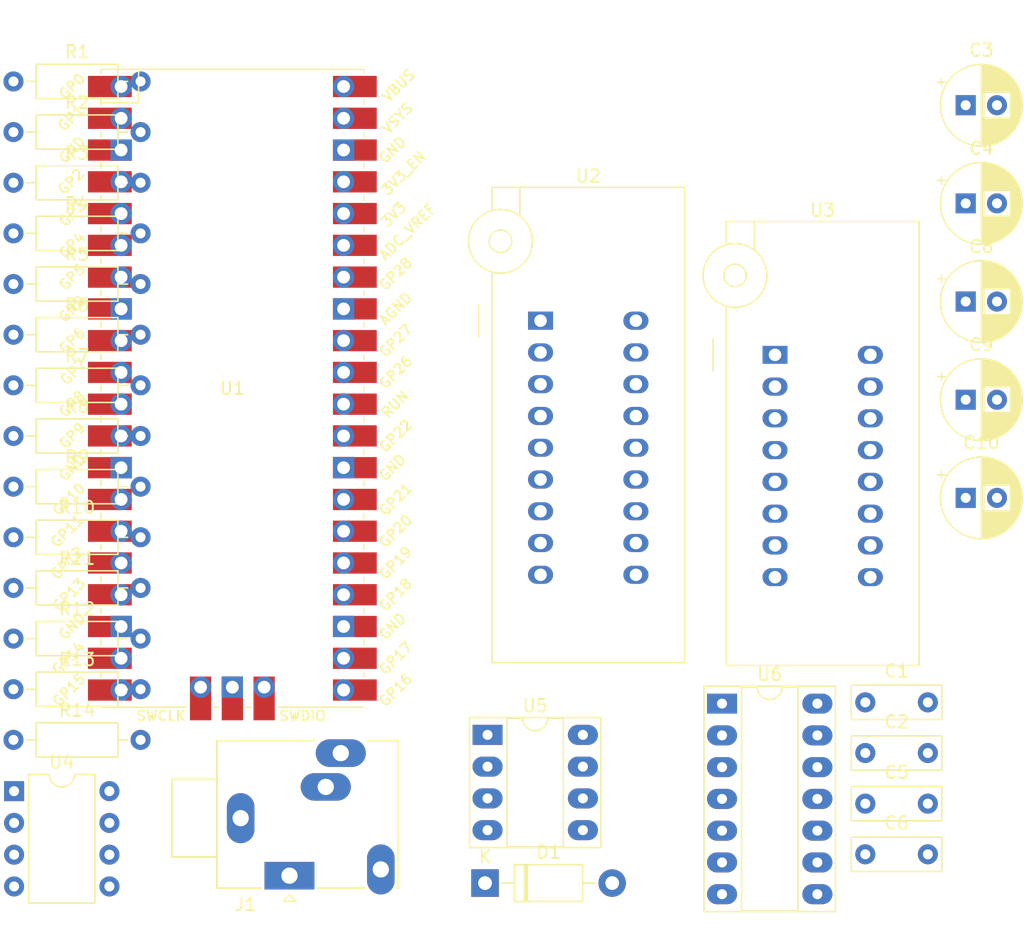
<source format=kicad_pcb>
(kicad_pcb (version 20240108) (generator "pcbnew") (generator_version "8.0")
  (layers (0 "F.Cu" signal) (31 "B.Cu" signal) (34 "B.Paste" user) (35 "F.Paste" user) (36 "B.SilkS" user "B.Silkscreen") (37 "F.SilkS" user "F.Silkscreen") (38 "B.Mask" user) (39 "F.Mask" user) (44 "Edge.Cuts" user))
  (net 0 "")
  (net 1 "Net-(C1-Pad1)")
  (net 2 "GND")
  (net 3 "Net-(C2-Pad1)")
  (net 4 "+5V")
  (net 5 "VDD1{slash}2_BIAS")
  (net 6 "Net-(C5-Pad2)")
  (net 7 "Net-(C5-Pad1)")
  (net 8 "Net-(U5B--)")
  (net 9 "Net-(C6-Pad2)")
  (net 10 "Net-(J1-PadR)")
  (net 13 "RHYTHM_OUT")
  (net 14 "MUSIC_OUT")
  (net 15 "Net-(C7-Pad1)")
  (net 16 "Net-(R7-Pad2)")
  (net 17 "SN_OUT")
  (net 18 "Net-(U5A--)")
  (net 19 "+3V3")
  (net 20 "I2C_SCL")
  (net 21 "I2C_SDA")
  (net 22 "~{SN_CS}")
  (net 23 "~{YM_WR}")
  (net 24 "~{SN_WR}")
  (net 25 "SN_MUTE")
  (net 26 "/D3")
  (net 31 "/D6")
  (net 32 "LPF_BYPASS")
  (net 39 "/D0")
  (net 40 "/D4")
  (net 42 "~{YM_CS}")
  (net 44 "/D7")
  (net 45 "~{YM_RESET}")
  (net 47 "/D2")
  (net 48 "/D1")
  (net 49 "/D5")
  (net 50 "A0")
  (net 53 "CLK0")
  (net 57 "CLK1")
  (footprint "Package_DIP:DIP-8_W7.62mm" (layer "F.Cu") (at 132.444759 106.3)
    (property "Reference" "U4" (at 3.81 -2.33 0) (layer "F.SilkS"))
    (property "Value" "AE-Si5351A")
    (pad "1" thru_hole rect (at 0 0) (size 1.6 1.6) (drill 0.8) (layers "*.Cu" "*.Mask") (net 19 "+3V3"))
    (pad "2" thru_hole oval (at 0 2.54) (size 1.6 1.6) (drill 0.8) (layers "*.Cu" "*.Mask") (net 20 "I2C_SCL"))
    (pad "3" thru_hole oval (at 0 5.08) (size 1.6 1.6) (drill 0.8) (layers "*.Cu" "*.Mask") (net 21 "I2C_SDA"))
    (pad "4" thru_hole oval (at 0 7.62) (size 1.6 1.6) (drill 0.8) (layers "*.Cu" "*.Mask") (net 2 "GND"))
    (pad "5" thru_hole oval (at 7.62 7.62) (size 1.6 1.6) (drill 0.8) (layers "*.Cu" "*.Mask") (net 53 "CLK0"))
    (pad "6" thru_hole oval (at 7.62 5.08) (size 1.6 1.6) (drill 0.8) (layers "*.Cu" "*.Mask") (net 57 "CLK1"))
    (pad "7" thru_hole oval (at 7.62 2.54) (size 1.6 1.6) (drill 0.8) (layers "*.Cu" "*.Mask"))
    (pad "8" thru_hole oval (at 7.62 0) (size 1.6 1.6) (drill 0.8) (layers "*.Cu" "*.Mask") (net 19 "+3V3"))
  )
  (footprint "Resistor_THT:R_Axial_DIN0207_L6.3mm_D2.5mm_P10.16mm_Horizontal" (layer "F.Cu") (at 132.394759 61.7)
    (property "Reference" "R4" (at 5.08 -2.37 0) (layer "F.SilkS"))
    (property "Value" "2.2k")
    (pad "1" thru_hole circle (at 0 0) (size 1.6 1.6) (drill 0.8) (layers "*.Cu" "*.Mask") (net 2 "GND"))
    (pad "2" thru_hole oval (at 10.16 0) (size 1.6 1.6) (drill 0.8) (layers "*.Cu" "*.Mask") (net 13 "RHYTHM_OUT"))
  )
  (footprint "Resistor_THT:R_Axial_DIN0207_L6.3mm_D2.5mm_P10.16mm_Horizontal" (layer "F.Cu") (at 132.394759 49.55)
    (property "Reference" "R1" (at 5.08 -2.37 0) (layer "F.SilkS"))
    (property "Value" "4.7k")
    (pad "1" thru_hole circle (at 0 0) (size 1.6 1.6) (drill 0.8) (layers "*.Cu" "*.Mask") (net 13 "RHYTHM_OUT"))
    (pad "2" thru_hole oval (at 10.16 0) (size 1.6 1.6) (drill 0.8) (layers "*.Cu" "*.Mask") (net 1 "Net-(C1-Pad1)"))
  )
  (footprint "Capacitor_THT:C_Disc_D7.0mm_W2.5mm_P5.00mm" (layer "F.Cu") (at 200.474759 107.3)
    (property "Reference" "C5" (at 2.5 -2.5 0) (layer "F.SilkS"))
    (property "Value" "4.7u")
    (pad "1" thru_hole circle (at 0 0) (size 1.6 1.6) (drill 0.8) (layers "*.Cu" "*.Mask") (net 7 "Net-(C5-Pad1)"))
    (pad "2" thru_hole circle (at 5 0) (size 1.6 1.6) (drill 0.8) (layers "*.Cu" "*.Mask") (net 6 "Net-(C5-Pad2)"))
  )
  (footprint "Capacitor_THT:CP_Radial_D6.3mm_P2.50mm" (layer "F.Cu") (at 208.5 82.85)
    (property "Reference" "C10" (at 1.25 -4.4 0) (layer "F.SilkS"))
    (property "Value" "C")
    (pad "1" thru_hole rect (at 0 0) (size 1.6 1.6) (drill 0.8) (layers "*.Cu" "*.Mask") (net 2 "GND"))
    (pad "2" thru_hole circle (at 2.5 0) (size 1.6 1.6) (drill 0.8) (layers "*.Cu" "*.Mask") (net 4 "+5V"))
  )
  (footprint "Resistor_THT:R_Axial_DIN0207_L6.3mm_D2.5mm_P10.16mm_Horizontal" (layer "F.Cu") (at 132.394759 73.85)
    (property "Reference" "R7" (at 5.08 -2.37 0) (layer "F.SilkS"))
    (property "Value" "4.7k")
    (pad "1" thru_hole circle (at 0 0) (size 1.6 1.6) (drill 0.8) (layers "*.Cu" "*.Mask") (net 17 "SN_OUT"))
    (pad "2" thru_hole oval (at 10.16 0) (size 1.6 1.6) (drill 0.8) (layers "*.Cu" "*.Mask") (net 16 "Net-(R7-Pad2)"))
  )
  (footprint "Capacitor_THT:C_Disc_D7.0mm_W2.5mm_P5.00mm" (layer "F.Cu") (at 200.474759 103.25)
    (property "Reference" "C2" (at 2.5 -2.5 0) (layer "F.SilkS"))
    (property "Value" "0.015u/15n")
    (pad "1" thru_hole circle (at 0 0) (size 1.6 1.6) (drill 0.8) (layers "*.Cu" "*.Mask") (net 3 "Net-(C2-Pad1)"))
    (pad "2" thru_hole circle (at 5 0) (size 1.6 1.6) (drill 0.8) (layers "*.Cu" "*.Mask") (net 2 "GND"))
  )
  (footprint "Package_DIP:DIP-8_W7.62mm_Socket_LongPads" (layer "F.Cu") (at 170.284759 101.8)
    (property "Reference" "U5" (at 3.81 -2.33 0) (layer "F.SilkS"))
    (property "Value" "NJM4580")
    (pad "1" thru_hole rect (at 0 0) (size 2.4 1.6) (drill 0.8) (layers "*.Cu" "*.Mask") (net 8 "Net-(U5B--)"))
    (pad "2" thru_hole oval (at 0 2.54) (size 2.4 1.6) (drill 0.8) (layers "*.Cu" "*.Mask") (net 18 "Net-(U5A--)"))
    (pad "3" thru_hole oval (at 0 5.08) (size 2.4 1.6) (drill 0.8) (layers "*.Cu" "*.Mask") (net 5 "VDD1{slash}2_BIAS"))
    (pad "4" thru_hole oval (at 0 7.62) (size 2.4 1.6) (drill 0.8) (layers "*.Cu" "*.Mask") (net 2 "GND"))
    (pad "5" thru_hole oval (at 7.62 7.62) (size 2.4 1.6) (drill 0.8) (layers "*.Cu" "*.Mask") (net 5 "VDD1{slash}2_BIAS"))
    (pad "6" thru_hole oval (at 7.62 5.08) (size 2.4 1.6) (drill 0.8) (layers "*.Cu" "*.Mask") (net 8 "Net-(U5B--)"))
    (pad "7" thru_hole oval (at 7.62 2.54) (size 2.4 1.6) (drill 0.8) (layers "*.Cu" "*.Mask") (net 7 "Net-(C5-Pad1)"))
    (pad "8" thru_hole oval (at 7.62 0) (size 2.4 1.6) (drill 0.8) (layers "*.Cu" "*.Mask") (net 4 "+5V"))
  )
  (footprint "Diode_THT:D_DO-41_SOD81_P10.16mm_Horizontal" (layer "F.Cu") (at 170.084759 113.65)
    (property "Reference" "D1" (at 5.08 -2.47 0) (layer "F.SilkS"))
    (property "Value" "D")
    (fp_text user "K" (at 0 -2.1 0) (layer "F.SilkS"))
    (pad "1" thru_hole rect (at 0 0) (size 2.2 2.2) (drill 1.1) (layers "*.Cu" "*.Mask") (net 4 "+5V"))
    (pad "2" thru_hole oval (at 10.16 0) (size 2.2 2.2) (drill 1.1) (layers "*.Cu" "*.Mask") (net 5 "VDD1{slash}2_BIAS"))
  )
  (footprint "Resistor_THT:R_Axial_DIN0207_L6.3mm_D2.5mm_P10.16mm_Horizontal" (layer "F.Cu") (at 132.394759 94.1)
    (property "Reference" "R12" (at 5.08 -2.37 0) (layer "F.SilkS"))
    (property "Value" "4.7k")
    (pad "1" thru_hole circle (at 0 0) (size 1.6 1.6) (drill 0.8) (layers "*.Cu" "*.Mask") (net 20 "I2C_SCL"))
    (pad "2" thru_hole oval (at 10.16 0) (size 1.6 1.6) (drill 0.8) (layers "*.Cu" "*.Mask") (net 19 "+3V3"))
  )
  (footprint "Resistor_THT:R_Axial_DIN0207_L6.3mm_D2.5mm_P10.16mm_Horizontal" (layer "F.Cu") (at 132.394759 53.6)
    (property "Reference" "R2" (at 5.08 -2.37 0) (layer "F.SilkS"))
    (property "Value" "4.7k")
    (pad "1" thru_hole circle (at 0 0) (size 1.6 1.6) (drill 0.8) (layers "*.Cu" "*.Mask") (net 14 "MUSIC_OUT"))
    (pad "2" thru_hole oval (at 10.16 0) (size 1.6 1.6) (drill 0.8) (layers "*.Cu" "*.Mask") (net 3 "Net-(C2-Pad1)"))
  )
  (footprint "Capacitor_THT:CP_Radial_D6.3mm_P2.50mm" (layer "F.Cu") (at 208.5 59.3)
    (property "Reference" "C4" (at 1.25 -4.4 0) (layer "F.SilkS"))
    (property "Value" "10u")
    (pad "1" thru_hole rect (at 0 0) (size 1.6 1.6) (drill 0.8) (layers "*.Cu" "*.Mask") (net 5 "VDD1{slash}2_BIAS"))
    (pad "2" thru_hole circle (at 2.5 0) (size 1.6 1.6) (drill 0.8) (layers "*.Cu" "*.Mask") (net 2 "GND"))
  )
  (footprint "Package_DIP:DIP-14_W7.62mm_Socket_LongPads" (layer "F.Cu") (at 189.024759 99.3)
    (property "Reference" "U6" (at 3.81 -2.33 0) (layer "F.SilkS"))
    (property "Value" "4066")
    (pad "1" thru_hole rect (at 0 0) (size 2.4 1.6) (drill 0.8) (layers "*.Cu" "*.Mask") (net 9 "Net-(C6-Pad2)"))
    (pad "2" thru_hole oval (at 0 2.54) (size 2.4 1.6) (drill 0.8) (layers "*.Cu" "*.Mask") (net 7 "Net-(C5-Pad1)"))
    (pad "3" thru_hole oval (at 0 5.08) (size 2.4 1.6) (drill 0.8) (layers "*.Cu" "*.Mask") (net 15 "Net-(C7-Pad1)"))
    (pad "4" thru_hole oval (at 0 7.62) (size 2.4 1.6) (drill 0.8) (layers "*.Cu" "*.Mask") (net 16 "Net-(R7-Pad2)"))
    (pad "5" thru_hole oval (at 0 10.16) (size 2.4 1.6) (drill 0.8) (layers "*.Cu" "*.Mask") (net 25 "SN_MUTE"))
    (pad "6" thru_hole oval (at 0 12.7) (size 2.4 1.6) (drill 0.8) (layers "*.Cu" "*.Mask"))
    (pad "7" thru_hole oval (at 0 15.24) (size 2.4 1.6) (drill 0.8) (layers "*.Cu" "*.Mask") (net 2 "GND"))
    (pad "8" thru_hole oval (at 7.62 15.24) (size 2.4 1.6) (drill 0.8) (layers "*.Cu" "*.Mask"))
    (pad "9" thru_hole oval (at 7.62 12.7) (size 2.4 1.6) (drill 0.8) (layers "*.Cu" "*.Mask"))
    (pad "10" thru_hole oval (at 7.62 10.16) (size 2.4 1.6) (drill 0.8) (layers "*.Cu" "*.Mask"))
    (pad "11" thru_hole oval (at 7.62 7.62) (size 2.4 1.6) (drill 0.8) (layers "*.Cu" "*.Mask"))
    (pad "12" thru_hole oval (at 7.62 5.08) (size 2.4 1.6) (drill 0.8) (layers "*.Cu" "*.Mask"))
    (pad "13" thru_hole oval (at 7.62 2.54) (size 2.4 1.6) (drill 0.8) (layers "*.Cu" "*.Mask") (net 32 "LPF_BYPASS"))
    (pad "14" thru_hole oval (at 7.62 0) (size 2.4 1.6) (drill 0.8) (layers "*.Cu" "*.Mask") (net 4 "+5V"))
  )
  (footprint "Resistor_THT:R_Axial_DIN0207_L6.3mm_D2.5mm_P10.16mm_Horizontal" (layer "F.Cu") (at 132.394759 86)
    (property "Reference" "R10" (at 5.08 -2.37 0) (layer "F.SilkS"))
    (property "Value" "4.7k")
    (pad "1" thru_hole circle (at 0 0) (size 1.6 1.6) (drill 0.8) (layers "*.Cu" "*.Mask") (net 18 "Net-(U5A--)"))
    (pad "2" thru_hole oval (at 10.16 0) (size 1.6 1.6) (drill 0.8) (layers "*.Cu" "*.Mask") (net 8 "Net-(U5B--)"))
  )
  (footprint "Resistor_THT:R_Axial_DIN0207_L6.3mm_D2.5mm_P10.16mm_Horizontal" (layer "F.Cu") (at 132.394759 65.75)
    (property "Reference" "R5" (at 5.08 -2.37 0) (layer "F.SilkS"))
    (property "Value" "4.7k")
    (pad "1" thru_hole circle (at 0 0) (size 1.6 1.6) (drill 0.8) (layers "*.Cu" "*.Mask") (net 3 "Net-(C2-Pad1)"))
    (pad "2" thru_hole oval (at 10.16 0) (size 1.6 1.6) (drill 0.8) (layers "*.Cu" "*.Mask") (net 15 "Net-(C7-Pad1)"))
  )
  (footprint "Resistor_THT:R_Axial_DIN0207_L6.3mm_D2.5mm_P10.16mm_Horizontal" (layer "F.Cu") (at 132.394759 69.8)
    (property "Reference" "R6" (at 5.08 -2.37 0) (layer "F.SilkS"))
    (property "Value" "4.7k")
    (pad "1" thru_hole circle (at 0 0) (size 1.6 1.6) (drill 0.8) (layers "*.Cu" "*.Mask") (net 1 "Net-(C1-Pad1)"))
    (pad "2" thru_hole oval (at 10.16 0) (size 1.6 1.6) (drill 0.8) (layers "*.Cu" "*.Mask") (net 15 "Net-(C7-Pad1)"))
  )
  (footprint "Socket:DIP_Socket-18_W4.3_W5.08_W7.62_W10.16_W10.9_3M_218-3341-00-0602J" (layer "F.Cu") (at 174.519759 68.68)
    (property "Reference" "U2" (at 3.81 -11.56 0) (layer "F.SilkS"))
    (property "Value" "YM2413")
    (pad "1" thru_hole rect (at 0 0) (size 2 1.44) (drill 1) (layers "*.Cu" "*.Mask") (net 2 "GND"))
    (pad "2" thru_hole oval (at 0 2.54) (size 2 1.44) (drill 1) (layers "*.Cu" "*.Mask") (net 47 "/D2"))
    (pad "3" thru_hole oval (at 0 5.08) (size 2 1.44) (drill 1) (layers "*.Cu" "*.Mask") (net 26 "/D3"))
    (pad "4" thru_hole oval (at 0 7.62) (size 2 1.44) (drill 1) (layers "*.Cu" "*.Mask") (net 40 "/D4"))
    (pad "5" thru_hole oval (at 0 10.16) (size 2 1.44) (drill 1) (layers "*.Cu" "*.Mask") (net 49 "/D5"))
    (pad "6" thru_hole oval (at 0 12.7) (size 2 1.44) (drill 1) (layers "*.Cu" "*.Mask") (net 31 "/D6"))
    (pad "7" thru_hole oval (at 0 15.24) (size 2 1.44) (drill 1) (layers "*.Cu" "*.Mask") (net 44 "/D7"))
    (pad "8" thru_hole oval (at 0 17.78) (size 2 1.44) (drill 1) (layers "*.Cu" "*.Mask") (net 53 "CLK0"))
    (pad "9" thru_hole oval (at 0 20.32) (size 2 1.44) (drill 1) (layers "*.Cu" "*.Mask"))
    (pad "10" thru_hole oval (at 7.62 20.32) (size 2 1.44) (drill 1) (layers "*.Cu" "*.Mask") (net 50 "A0"))
    (pad "11" thru_hole oval (at 7.62 17.78) (size 2 1.44) (drill 1) (layers "*.Cu" "*.Mask") (net 23 "~{YM_WR}"))
    (pad "12" thru_hole oval (at 7.62 15.24) (size 2 1.44) (drill 1) (layers "*.Cu" "*.Mask") (net 42 "~{YM_CS}"))
    (pad "13" thru_hole oval (at 7.62 12.7) (size 2 1.44) (drill 1) (layers "*.Cu" "*.Mask") (net 45 "~{YM_RESET}"))
    (pad "14" thru_hole oval (at 7.62 10.16) (size 2 1.44) (drill 1) (layers "*.Cu" "*.Mask") (net 14 "MUSIC_OUT"))
    (pad "15" thru_hole oval (at 7.62 7.62) (size 2 1.44) (drill 1) (layers "*.Cu" "*.Mask") (net 13 "RHYTHM_OUT"))
    (pad "16" thru_hole oval (at 7.62 5.08) (size 2 1.44) (drill 1) (layers "*.Cu" "*.Mask") (net 4 "+5V"))
    (pad "17" thru_hole oval (at 7.62 2.54) (size 2 1.44) (drill 1) (layers "*.Cu" "*.Mask") (net 39 "/D0"))
    (pad "18" thru_hole oval (at 7.62 0) (size 2 1.44) (drill 1) (layers "*.Cu" "*.Mask") (net 48 "/D1"))
  )
  (footprint "Capacitor_THT:C_Disc_D7.0mm_W2.5mm_P5.00mm" (layer "F.Cu") (at 200.474759 111.35)
    (property "Reference" "C6" (at 2.5 -2.5 0) (layer "F.SilkS"))
    (property "Value" "820p")
    (pad "1" thru_hole circle (at 0 0) (size 1.6 1.6) (drill 0.8) (layers "*.Cu" "*.Mask") (net 8 "Net-(U5B--)"))
    (pad "2" thru_hole circle (at 5 0) (size 1.6 1.6) (drill 0.8) (layers "*.Cu" "*.Mask") (net 9 "Net-(C6-Pad2)"))
  )
  (footprint "Resistor_THT:R_Axial_DIN0207_L6.3mm_D2.5mm_P10.16mm_Horizontal" (layer "F.Cu") (at 132.394759 90.05)
    (property "Reference" "R11" (at 5.08 -2.37 0) (layer "F.SilkS"))
    (property "Value" "2.2k")
    (pad "1" thru_hole circle (at 0 0) (size 1.6 1.6) (drill 0.8) (layers "*.Cu" "*.Mask") (net 6 "Net-(C5-Pad2)"))
    (pad "2" thru_hole oval (at 10.16 0) (size 1.6 1.6) (drill 0.8) (layers "*.Cu" "*.Mask") (net 10 "Net-(J1-PadR)"))
  )
  (footprint "Resistor_THT:R_Axial_DIN0207_L6.3mm_D2.5mm_P10.16mm_Horizontal" (layer "F.Cu") (at 132.394759 77.9)
    (property "Reference" "R8" (at 5.08 -2.37 0) (layer "F.SilkS"))
    (property "Value" "4.7k")
    (pad "1" thru_hole circle (at 0 0) (size 1.6 1.6) (drill 0.8) (layers "*.Cu" "*.Mask") (net 4 "+5V"))
    (pad "2" thru_hole oval (at 10.16 0) (size 1.6 1.6) (drill 0.8) (layers "*.Cu" "*.Mask") (net 5 "VDD1{slash}2_BIAS"))
  )
  (footprint "Resistor_THT:R_Axial_DIN0207_L6.3mm_D2.5mm_P10.16mm_Horizontal" (layer "F.Cu") (at 132.394759 81.95)
    (property "Reference" "R9" (at 5.08 -2.37 0) (layer "F.SilkS"))
    (property "Value" "4.7k")
    (pad "1" thru_hole circle (at 0 0) (size 1.6 1.6) (drill 0.8) (layers "*.Cu" "*.Mask") (net 5 "VDD1{slash}2_BIAS"))
    (pad "2" thru_hole oval (at 10.16 0) (size 1.6 1.6) (drill 0.8) (layers "*.Cu" "*.Mask") (net 2 "GND"))
  )
  (footprint "Connector_Audio:Jack_3.5mm_Ledino_KB3SPRS_Horizontal" (layer "F.Cu") (at 154.454759 113.06)
    (property "Reference" "J1" (at -3.5 2.3 0) (layer "F.SilkS"))
    (property "Value" "AudioJack3_SwitchTR")
    (pad "R" thru_hole oval (at 4.1 -9.8) (size 4 2.2) (drill 1.3) (layers "*.Cu" "*.Mask") (net 10 "Net-(J1-PadR)"))
    (pad "RN" thru_hole oval (at 2.9 -7.1) (size 4 2.2) (drill 1.3) (layers "*.Cu" "*.Mask"))
    (pad "S" thru_hole oval (at -3.9 -4.6) (size 2.2 4) (drill 1.3) (layers "*.Cu" "*.Mask") (net 2 "GND"))
    (pad "T" thru_hole rect (at 0 0) (size 4 2.2) (drill 1.3) (layers "*.Cu" "*.Mask") (net 10 "Net-(J1-PadR)"))
    (pad "TN" thru_hole oval (at 7.3 -0.5 90) (size 4 2.2) (drill 1.3) (layers "*.Cu" "*.Mask"))
  )
  (footprint "Capacitor_THT:CP_Radial_D6.3mm_P2.50mm" (layer "F.Cu") (at 208.5 75)
    (property "Reference" "C9" (at 1.25 -4.4 0) (layer "F.SilkS"))
    (property "Value" "C")
    (pad "1" thru_hole rect (at 0 0) (size 1.6 1.6) (drill 0.8) (layers "*.Cu" "*.Mask") (net 2 "GND"))
    (pad "2" thru_hole circle (at 2.5 0) (size 1.6 1.6) (drill 0.8) (layers "*.Cu" "*.Mask") (net 4 "+5V"))
  )
  (footprint "Capacitor_THT:CP_Radial_D6.3mm_P2.50mm" (layer "F.Cu") (at 208.5 67.15)
    (property "Reference" "C8" (at 1.25 -4.4 0) (layer "F.SilkS"))
    (property "Value" "C")
    (pad "1" thru_hole rect (at 0 0) (size 1.6 1.6) (drill 0.8) (layers "*.Cu" "*.Mask") (net 4 "+5V"))
    (pad "2" thru_hole circle (at 2.5 0) (size 1.6 1.6) (drill 0.8) (layers "*.Cu" "*.Mask") (net 2 "GND"))
  )
  (footprint "Capacitor_THT:C_Disc_D7.0mm_W2.5mm_P5.00mm" (layer "F.Cu") (at 200.474759 99.2)
    (property "Reference" "C1" (at 2.5 -2.5 0) (layer "F.SilkS"))
    (property "Value" "0.015u/15n")
    (pad "1" thru_hole circle (at 0 0) (size 1.6 1.6) (drill 0.8) (layers "*.Cu" "*.Mask") (net 1 "Net-(C1-Pad1)"))
    (pad "2" thru_hole circle (at 5 0) (size 1.6 1.6) (drill 0.8) (layers "*.Cu" "*.Mask") (net 2 "GND"))
  )
  (footprint "Resistor_THT:R_Axial_DIN0207_L6.3mm_D2.5mm_P10.16mm_Horizontal" (layer "F.Cu") (at 132.394759 102.2)
    (property "Reference" "R14" (at 5.08 -2.37 0) (layer "F.SilkS"))
    (property "Value" "10k")
    (pad "1" thru_hole circle (at 0 0) (size 1.6 1.6) (drill 0.8) (layers "*.Cu" "*.Mask") (net 8 "Net-(U5B--)"))
    (pad "2" thru_hole oval (at 10.16 0) (size 1.6 1.6) (drill 0.8) (layers "*.Cu" "*.Mask") (net 7 "Net-(C5-Pad1)"))
  )
  (footprint "RPi_Pico:RPi_Pico_SMD_TH" (layer "F.Cu") (at 149.89 74.085)
    (property "Reference" "U1" (at 0 0 0) (layer "F.SilkS"))
    (property "Value" "Pico")
    (fp_text user "GP21" (at 13.054 8.9 45) (layer "F.SilkS") (effects (font (size 0.8 0.8))))
    (fp_text user "3V3" (at 12.9 -13.9 45) (layer "F.SilkS") (effects (font (size 0.8 0.8))))
    (fp_text user "GP18" (at 13.054 16.51 45) (layer "F.SilkS") (effects (font (size 0.8 0.8))))
    (fp_text user "GP20" (at 13.054 11.43 45) (layer "F.SilkS") (effects (font (size 0.8 0.8))))
    (fp_text user "GP0" (at -12.8 -24.13 45) (layer "F.SilkS") (effects (font (size 0.8 0.8))))
    (fp_text user "GP14" (at -13.1 21.59 45) (layer "F.SilkS") (effects (font (size 0.8 0.8))))
    (fp_text user "GP1" (at -12.9 -21.6 45) (layer "F.SilkS") (effects (font (size 0.8 0.8))))
    (fp_text user "GP13" (at -13.054 16.51 45) (layer "F.SilkS") (effects (font (size 0.8 0.8))))
    (fp_text user "VBUS" (at 13.3 -24.2 45) (layer "F.SilkS") (effects (font (size 0.8 0.8))))
    (fp_text user "GP26" (at 13.054 -1.27 45) (layer "F.SilkS") (effects (font (size 0.8 0.8))))
    (fp_text user "RUN" (at 13 1.27 45) (layer "F.SilkS") (effects (font (size 0.8 0.8))))
    (fp_text user "ADC_VREF" (at 14 -12.5 45) (layer "F.SilkS") (effects (font (size 0.8 0.8))))
    (fp_text user "GND" (at 12.8 -19.05 45) (layer "F.SilkS") (effects (font (size 0.8 0.8))))
    (fp_text user "GND" (at 12.8 6.35 45) (layer "F.SilkS") (effects (font (size 0.8 0.8))))
    (fp_text user "GP16" (at 13.054 24.13 45) (layer "F.SilkS") (effects (font (size 0.8 0.8))))
    (fp_text user "GP4" (at -12.8 -11.43 45) (layer "F.SilkS") (effects (font (size 0.8 0.8))))
    (fp_text user "GP11" (at -13.2 11.43 45) (layer "F.SilkS") (effects (font (size 0.8 0.8))))
    (fp_text user "3V3_EN" (at 13.7 -17.2 45) (layer "F.SilkS") (effects (font (size 0.8 0.8))))
    (fp_text user "SWCLK" (at -5.7 26.2 0) (layer "F.SilkS") (effects (font (size 0.8 0.8))))
    (fp_text user "GP9" (at -12.8 3.81 45) (layer "F.SilkS") (effects (font (size 0.8 0.8))))
    (fp_text user "GP8" (at -12.8 1.27 45) (layer "F.SilkS") (effects (font (size 0.8 0.8))))
    (fp_text user "GP10" (at -13.054 8.89 45) (layer "F.SilkS") (effects (font (size 0.8 0.8))))
    (fp_text user "GP15" (at -13.054 24.13 45) (layer "F.SilkS") (effects (font (size 0.8 0.8))))
    (fp_text user "GND" (at 12.8 19.05 45) (layer "F.SilkS") (effects (font (size 0.8 0.8))))
    (fp_text user "SWDIO" (at 5.6 26.2 0) (layer "F.SilkS") (effects (font (size 0.8 0.8))))
    (fp_text user "GND" (at -12.8 -19.05 45) (layer "F.SilkS") (effects (font (size 0.8 0.8))))
    (fp_text user "GP2" (at -12.9 -16.51 45) (layer "F.SilkS") (effects (font (size 0.8 0.8))))
    (fp_text user "GP12" (at -13.2 13.97 45) (layer "F.SilkS") (effects (font (size 0.8 0.8))))
    (fp_text user "GP6" (at -12.8 -3.81 45) (layer "F.SilkS") (effects (font (size 0.8 0.8))))
    (fp_text user "GP3" (at -12.8 -13.97 45) (layer "F.SilkS") (effects (font (size 0.8 0.8))))
    (fp_text user "GP5" (at -12.8 -8.89 45) (layer "F.SilkS") (effects (font (size 0.8 0.8))))
    (fp_text user "GP7" (at -12.7 -1.3 45) (layer "F.SilkS") (effects (font (size 0.8 0.8))))
    (fp_text user "GND" (at -12.8 -6.35 45) (layer "F.SilkS") (effects (font (size 0.8 0.8))))
    (fp_text user "VSYS" (at 13.2 -21.59 45) (layer "F.SilkS") (effects (font (size 0.8 0.8))))
    (fp_text user "GP19" (at 13.054 13.97 45) (layer "F.SilkS") (effects (font (size 0.8 0.8))))
    (fp_text user "GP28" (at 13.054 -9.144 45) (layer "F.SilkS") (effects (font (size 0.8 0.8))))
    (fp_text user "AGND" (at 13.054 -6.35 45) (layer "F.SilkS") (effects (font (size 0.8 0.8))))
    (fp_text user "GP27" (at 13.054 -3.8 45) (layer "F.SilkS") (effects (font (size 0.8 0.8))))
    (fp_text user "GND" (at -12.8 19.05 45) (layer "F.SilkS") (effects (font (size 0.8 0.8))))
    (fp_text user "GP17" (at 13.054 21.59 45) (layer "F.SilkS") (effects (font (size 0.8 0.8))))
    (fp_text user "GP22" (at 13.054 3.81 45) (layer "F.SilkS") (effects (font (size 0.8 0.8))))
    (fp_text user "GND" (at -12.8 6.35 45) (layer "F.SilkS") (effects (font (size 0.8 0.8))))
    (pad "" np_thru_hole oval (at -2.725 -24) (size 1.8 1.8) (drill 1.8) (layers "*.Cu" "*.Mask"))
    (pad "" np_thru_hole oval (at -2.425 -20.97) (size 1.5 1.5) (drill 1.5) (layers "*.Cu" "*.Mask"))
    (pad "" np_thru_hole oval (at 2.425 -20.97) (size 1.5 1.5) (drill 1.5) (layers "*.Cu" "*.Mask"))
    (pad "" np_thru_hole oval (at 2.725 -24) (size 1.8 1.8) (drill 1.8) (layers "*.Cu" "*.Mask"))
    (pad "1" thru_hole oval (at -8.89 -24.13) (size 1.7 1.7) (drill 1.02) (layers "*.Cu" "*.Mask") (net 39 "/D0"))
    (pad "1" smd rect (at -8.89 -24.13) (size 3.5 1.7) (drill (offset -0.9 0)) (layers "F.Cu" "F.Mask") (net 39 "/D0"))
    (pad "2" thru_hole oval (at -8.89 -21.59) (size 1.7 1.7) (drill 1.02) (layers "*.Cu" "*.Mask") (net 48 "/D1"))
    (pad "2" smd rect (at -8.89 -21.59) (size 3.5 1.7) (drill (offset -0.9 0)) (layers "F.Cu" "F.Mask") (net 48 "/D1"))
    (pad "3" thru_hole rect (at -8.89 -19.05) (size 1.7 1.7) (drill 1.02) (layers "*.Cu" "*.Mask") (net 2 "GND"))
    (pad "3" smd rect (at -8.89 -19.05) (size 3.5 1.7) (drill (offset -0.9 0)) (layers "F.Cu" "F.Mask") (net 2 "GND"))
    (pad "4" thru_hole oval (at -8.89 -16.51) (size 1.7 1.7) (drill 1.02) (layers "*.Cu" "*.Mask") (net 47 "/D2"))
    (pad "4" smd rect (at -8.89 -16.51) (size 3.5 1.7) (drill (offset -0.9 0)) (layers "F.Cu" "F.Mask") (net 47 "/D2"))
    (pad "5" thru_hole oval (at -8.89 -13.97) (size 1.7 1.7) (drill 1.02) (layers "*.Cu" "*.Mask") (net 26 "/D3"))
    (pad "5" smd rect (at -8.89 -13.97) (size 3.5 1.7) (drill (offset -0.9 0)) (layers "F.Cu" "F.Mask") (net 26 "/D3"))
    (pad "6" thru_hole oval (at -8.89 -11.43) (size 1.7 1.7) (drill 1.02) (layers "*.Cu" "*.Mask") (net 40 "/D4"))
    (pad "6" smd rect (at -8.89 -11.43) (size 3.5 1.7) (drill (offset -0.9 0)) (layers "F.Cu" "F.Mask") (net 40 "/D4"))
    (pad "7" thru_hole oval (at -8.89 -8.89) (size 1.7 1.7) (drill 1.02) (layers "*.Cu" "*.Mask") (net 49 "/D5"))
    (pad "7" smd rect (at -8.89 -8.89) (size 3.5 1.7) (drill (offset -0.9 0)) (layers "F.Cu" "F.Mask") (net 49 "/D5"))
    (pad "8" thru_hole rect (at -8.89 -6.35) (size 1.7 1.7) (drill 1.02) (layers "*.Cu" "*.Mask") (net 2 "GND"))
    (pad "8" smd rect (at -8.89 -6.35) (size 3.5 1.7) (drill (offset -0.9 0)) (layers "F.Cu" "F.Mask") (net 2 "GND"))
    (pad "9" thru_hole oval (at -8.89 -3.81) (size 1.7 1.7) (drill 1.02) (layers "*.Cu" "*.Mask") (net 31 "/D6"))
    (pad "9" smd rect (at -8.89 -3.81) (size 3.5 1.7) (drill (offset -0.9 0)) (layers "F.Cu" "F.Mask") (net 31 "/D6"))
    (pad "10" thru_hole oval (at -8.89 -1.27) (size 1.7 1.7) (drill 1.02) (layers "*.Cu" "*.Mask") (net 44 "/D7"))
    (pad "10" smd rect (at -8.89 -1.27) (size 3.5 1.7) (drill (offset -0.9 0)) (layers "F.Cu" "F.Mask") (net 44 "/D7"))
    (pad "11" thru_hole oval (at -8.89 1.27) (size 1.7 1.7) (drill 1.02) (layers "*.Cu" "*.Mask") (net 45 "~{YM_RESET}"))
    (pad "11" smd rect (at -8.89 1.27) (size 3.5 1.7) (drill (offset -0.9 0)) (layers "F.Cu" "F.Mask") (net 45 "~{YM_RESET}"))
    (pad "12" thru_hole oval (at -8.89 3.81) (size 1.7 1.7) (drill 1.02) (layers "*.Cu" "*.Mask") (net 42 "~{YM_CS}"))
    (pad "12" smd rect (at -8.89 3.81) (size 3.5 1.7) (drill (offset -0.9 0)) (layers "F.Cu" "F.Mask") (net 42 "~{YM_CS}"))
    (pad "13" thru_hole rect (at -8.89 6.35) (size 1.7 1.7) (drill 1.02) (layers "*.Cu" "*.Mask") (net 2 "GND"))
    (pad "13" smd rect (at -8.89 6.35) (size 3.5 1.7) (drill (offset -0.9 0)) (layers "F.Cu" "F.Mask") (net 2 "GND"))
    (pad "14" thru_hole oval (at -8.89 8.89) (size 1.7 1.7) (drill 1.02) (layers "*.Cu" "*.Mask") (net 23 "~{YM_WR}"))
    (pad "14" smd rect (at -8.89 8.89) (size 3.5 1.7) (drill (offset -0.9 0)) (layers "F.Cu" "F.Mask") (net 23 "~{YM_WR}"))
    (pad "15" thru_hole oval (at -8.89 11.43) (size 1.7 1.7) (drill 1.02) (layers "*.Cu" "*.Mask") (net 22 "~{SN_CS}"))
    (pad "15" smd rect (at -8.89 11.43) (size 3.5 1.7) (drill (offset -0.9 0)) (layers "F.Cu" "F.Mask") (net 22 "~{SN_CS}"))
    (pad "16" thru_hole oval (at -8.89 13.97) (size 1.7 1.7) (drill 1.02) (layers "*.Cu" "*.Mask") (net 24 "~{SN_WR}"))
    (pad "16" smd rect (at -8.89 13.97) (size 3.5 1.7) (drill (offset -0.9 0)) (layers "F.Cu" "F.Mask") (net 24 "~{SN_WR}"))
    (pad "17" thru_hole oval (at -8.89 16.51) (size 1.7 1.7) (drill 1.02) (layers "*.Cu" "*.Mask") (net 50 "A0"))
    (pad "17" smd rect (at -8.89 16.51) (size 3.5 1.7) (drill (offset -0.9 0)) (layers "F.Cu" "F.Mask") (net 50 "A0"))
    (pad "18" thru_hole rect (at -8.89 19.05) (size 1.7 1.7) (drill 1.02) (layers "*.Cu" "*.Mask") (net 2 "GND"))
    (pad "18" smd rect (at -8.89 19.05) (size 3.5 1.7) (drill (offset -0.9 0)) (layers "F.Cu" "F.Mask") (net 2 "GND"))
    (pad "19" thru_hole oval (at -8.89 21.59) (size 1.7 1.7) (drill 1.02) (layers "*.Cu" "*.Mask"))
    (pad "19" smd rect (at -8.89 21.59) (size 3.5 1.7) (drill (offset -0.9 0)) (layers "F.Cu" "F.Mask"))
    (pad "20" thru_hole oval (at -8.89 24.13) (size 1.7 1.7) (drill 1.02) (layers "*.Cu" "*.Mask"))
    (pad "20" smd rect (at -8.89 24.13) (size 3.5 1.7) (drill (offset -0.9 0)) (layers "F.Cu" "F.Mask"))
    (pad "21" thru_hole oval (at 8.89 24.13) (size 1.7 1.7) (drill 1.02) (layers "*.Cu" "*.Mask") (net 21 "I2C_SDA"))
    (pad "21" smd rect (at 8.89 24.13) (size 3.5 1.7) (drill (offset 0.9 0)) (layers "F.Cu" "F.Mask") (net 21 "I2C_SDA"))
    (pad "22" thru_hole oval (at 8.89 21.59) (size 1.7 1.7) (drill 1.02) (layers "*.Cu" "*.Mask") (net 20 "I2C_SCL"))
    (pad "22" smd rect (at 8.89 21.59) (size 3.5 1.7) (drill (offset 0.9 0)) (layers "F.Cu" "F.Mask") (net 20 "I2C_SCL"))
    (pad "23" thru_hole rect (at 8.89 19.05) (size 1.7 1.7) (drill 1.02) (layers "*.Cu" "*.Mask") (net 2 "GND"))
    (pad "23" smd rect (at 8.89 19.05) (size 3.5 1.7) (drill (offset 0.9 0)) (layers "F.Cu" "F.Mask") (net 2 "GND"))
    (pad "24" thru_hole oval (at 8.89 16.51) (size 1.7 1.7) (drill 1.02) (layers "*.Cu" "*.Mask"))
    (pad "24" smd rect (at 8.89 16.51) (size 3.5 1.7) (drill (offset 0.9 0)) (layers "F.Cu" "F.Mask"))
    (pad "25" thru_hole oval (at 8.89 13.97) (size 1.7 1.7) (drill 1.02) (layers "*.Cu" "*.Mask") (net 25 "SN_MUTE"))
    (pad "25" smd rect (at 8.89 13.97) (size 3.5 1.7) (drill (offset 0.9 0)) (layers "F.Cu" "F.Mask") (net 25 "SN_MUTE"))
    (pad "26" thru_hole oval (at 8.89 11.43) (size 1.7 1.7) (drill 1.02) (layers "*.Cu" "*.Mask") (net 32 "LPF_BYPASS"))
    (pad "26" smd rect (at 8.89 11.43) (size 3.5 1.7) (drill (offset 0.9 0)) (layers "F.Cu" "F.Mask") (net 32 "LPF_BYPASS"))
    (pad "27" thru_hole oval (at 8.89 8.89) (size 1.7 1.7) (drill 1.02) (layers "*.Cu" "*.Mask"))
    (pad "27" smd rect (at 8.89 8.89) (size 3.5 1.7) (drill (offset 0.9 0)) (layers "F.Cu" "F.Mask"))
    (pad "28" thru_hole rect (at 8.89 6.35) (size 1.7 1.7) (drill 1.02) (layers "*.Cu" "*.Mask") (net 2 "GND"))
    (pad "28" smd rect (at 8.89 6.35) (size 3.5 1.7) (drill (offset 0.9 0)) (layers "F.Cu" "F.Mask") (net 2 "GND"))
    (pad "29" thru_hole oval (at 8.89 3.81) (size 1.7 1.7) (drill 1.02) (layers "*.Cu" "*.Mask"))
    (pad "29" smd rect (at 8.89 3.81) (size 3.5 1.7) (drill (offset 0.9 0)) (layers "F.Cu" "F.Mask"))
    (pad "30" thru_hole oval (at 8.89 1.27) (size 1.7 1.7) (drill 1.02) (layers "*.Cu" "*.Mask"))
    (pad "30" smd rect (at 8.89 1.27) (size 3.5 1.7) (drill (offset 0.9 0)) (layers "F.Cu" "F.Mask"))
    (pad "31" thru_hole oval (at 8.89 -1.27) (size 1.7 1.7) (drill 1.02) (layers "*.Cu" "*.Mask") (net 5 "VDD1{slash}2_BIAS"))
    (pad "31" smd rect (at 8.89 -1.27) (size 3.5 1.7) (drill (offset 0.9 0)) (layers "F.Cu" "F.Mask") (net 5 "VDD1{slash}2_BIAS"))
    (pad "32" thru_hole oval (at 8.89 -3.81) (size 1.7 1.7) (drill 1.02) (layers "*.Cu" "*.Mask"))
    (pad "32" smd rect (at 8.89 -3.81) (size 3.5 1.7) (drill (offset 0.9 0)) (layers "F.Cu" "F.Mask"))
    (pad "33" thru_hole rect (at 8.89 -6.35) (size 1.7 1.7) (drill 1.02) (layers "*.Cu" "*.Mask") (net 2 "GND"))
    (pad "33" smd rect (at 8.89 -6.35) (size 3.5 1.7) (drill (offset 0.9 0)) (layers "F.Cu" "F.Mask") (net 2 "GND"))
    (pad "34" thru_hole oval (at 8.89 -8.89) (size 1.7 1.7) (drill 1.02) (layers "*.Cu" "*.Mask"))
    (pad "34" smd rect (at 8.89 -8.89) (size 3.5 1.7) (drill (offset 0.9 0)) (layers "F.Cu" "F.Mask"))
    (pad "35" thru_hole oval (at 8.89 -11.43) (size 1.7 1.7) (drill 1.02) (layers "*.Cu" "*.Mask"))
    (pad "35" smd rect (at 8.89 -11.43) (size 3.5 1.7) (drill (offset 0.9 0)) (layers "F.Cu" "F.Mask"))
    (pad "36" thru_hole oval (at 8.89 -13.97) (size 1.7 1.7) (drill 1.02) (layers "*.Cu" "*.Mask") (net 19 "+3V3"))
    (pad "36" smd rect (at 8.89 -13.97) (size 3.5 1.7) (drill (offset 0.9 0)) (layers "F.Cu" "F.Mask") (net 19 "+3V3"))
    (pad "37" thru_hole oval (at 8.89 -16.51) (size 1.7 1.7) (drill 1.02) (layers "*.Cu" "*.Mask"))
    (pad "37" smd rect (at 8.89 -16.51) (size 3.5 1.7) (drill (offset 0.9 0)) (layers "F.Cu" "F.Mask"))
    (pad "38" thru_hole rect (at 8.89 -19.05) (size 1.7 1.7) (drill 1.02) (layers "*.Cu" "*.Mask") (net 2 "GND"))
    (pad "38" smd rect (at 8.89 -19.05) (size 3.5 1.7) (drill (offset 0.9 0)) (layers "F.Cu" "F.Mask") (net 2 "GND"))
    (pad "39" thru_hole oval (at 8.89 -21.59) (size 1.7 1.7) (drill 1.02) (layers "*.Cu" "*.Mask"))
    (pad "39" smd rect (at 8.89 -21.59) (size 3.5 1.7) (drill (offset 0.9 0)) (layers "F.Cu" "F.Mask"))
    (pad "40" thru_hole oval (at 8.89 -24.13) (size 1.7 1.7) (drill 1.02) (layers "*.Cu" "*.Mask"))
    (pad "40" smd rect (at 8.89 -24.13) (size 3.5 1.7) (drill (offset 0.9 0)) (layers "F.Cu" "F.Mask"))
    (pad "41" thru_hole oval (at -2.54 23.9) (size 1.7 1.7) (drill 1.02) (layers "*.Cu" "*.Mask"))
    (pad "41" smd rect (at -2.54 23.9 90) (size 3.5 1.7) (drill (offset -0.9 0)) (layers "F.Cu" "F.Mask"))
    (pad "42" thru_hole rect (at 0 23.9) (size 1.7 1.7) (drill 1.02) (layers "*.Cu" "*.Mask"))
    (pad "42" smd rect (at 0 23.9 90) (size 3.5 1.7) (drill (offset -0.9 0)) (layers "F.Cu" "F.Mask"))
    (pad "43" thru_hole oval (at 2.54 23.9) (size 1.7 1.7) (drill 1.02) (layers "*.Cu" "*.Mask"))
    (pad "43" smd rect (at 2.54 23.9 90) (size 3.5 1.7) (drill (offset -0.9 0)) (layers "F.Cu" "F.Mask"))
  )
  (footprint "Resistor_THT:R_Axial_DIN0207_L6.3mm_D2.5mm_P10.16mm_Horizontal" (layer "F.Cu") (at 132.394759 98.15)
    (property "Reference" "R13" (at 5.08 -2.37 0) (layer "F.SilkS"))
    (property "Value" "4.7k")
    (pad "1" thru_hole circle (at 0 0) (size 1.6 1.6) (drill 0.8) (layers "*.Cu" "*.Mask") (net 21 "I2C_SDA"))
    (pad "2" thru_hole oval (at 10.16 0) (size 1.6 1.6) (drill 0.8) (layers "*.Cu" "*.Mask") (net 19 "+3V3"))
  )
  (footprint "Resistor_THT:R_Axial_DIN0207_L6.3mm_D2.5mm_P10.16mm_Horizontal" (layer "F.Cu") (at 132.394759 57.65)
    (property "Reference" "R3" (at 5.08 -2.37 0) (layer "F.SilkS"))
    (property "Value" "2.2k")
    (pad "1" thru_hole circle (at 0 0) (size 1.6 1.6) (drill 0.8) (layers "*.Cu" "*.Mask") (net 2 "GND"))
    (pad "2" thru_hole oval (at 10.16 0) (size 1.6 1.6) (drill 0.8) (layers "*.Cu" "*.Mask") (net 14 "MUSIC_OUT"))
  )
  (footprint "Socket:DIP_Socket-16_W4.3_W5.08_W7.62_W10.16_W10.9_3M_216-3340-00-0602J" (layer "F.Cu") (at 193.259759 71.41)
    (property "Reference" "U3" (at 3.81 -11.56 0) (layer "F.SilkS"))
    (property "Value" "SN76489")
    (pad "1" thru_hole rect (at 0 0) (size 2 1.44) (drill 1) (layers "*.Cu" "*.Mask") (net 47 "/D2"))
    (pad "2" thru_hole oval (at 0 2.54) (size 2 1.44) (drill 1) (layers "*.Cu" "*.Mask") (net 48 "/D1"))
    (pad "3" thru_hole oval (at 0 5.08) (size 2 1.44) (drill 1) (layers "*.Cu" "*.Mask") (net 39 "/D0"))
    (pad "4" thru_hole oval (at 0 7.62) (size 2 1.44) (drill 1) (layers "*.Cu" "*.Mask"))
    (pad "5" thru_hole oval (at 0 10.16) (size 2 1.44) (drill 1) (layers "*.Cu" "*.Mask") (net 24 "~{SN_WR}"))
    (pad "6" thru_hole oval (at 0 12.7) (size 2 1.44) (drill 1) (layers "*.Cu" "*.Mask") (net 22 "~{SN_CS}"))
    (pad "7" thru_hole oval (at 0 15.24) (size 2 1.44) (drill 1) (layers "*.Cu" "*.Mask") (net 17 "SN_OUT"))
    (pad "8" thru_hole oval (at 0 17.78) (size 2 1.44) (drill 1) (layers "*.Cu" "*.Mask") (net 2 "GND"))
    (pad "9" thru_hole oval (at 7.62 17.78) (size 2 1.44) (drill 1) (layers "*.Cu" "*.Mask"))
    (pad "10" thru_hole oval (at 7.62 15.24) (size 2 1.44) (drill 1) (layers "*.Cu" "*.Mask") (net 44 "/D7"))
    (pad "11" thru_hole oval (at 7.62 12.7) (size 2 1.44) (drill 1) (layers "*.Cu" "*.Mask") (net 31 "/D6"))
    (pad "12" thru_hole oval (at 7.62 10.16) (size 2 1.44) (drill 1) (layers "*.Cu" "*.Mask") (net 49 "/D5"))
    (pad "13" thru_hole oval (at 7.62 7.62) (size 2 1.44) (drill 1) (layers "*.Cu" "*.Mask") (net 40 "/D4"))
    (pad "14" thru_hole oval (at 7.62 5.08) (size 2 1.44) (drill 1) (layers "*.Cu" "*.Mask") (net 57 "CLK1"))
    (pad "15" thru_hole oval (at 7.62 2.54) (size 2 1.44) (drill 1) (layers "*.Cu" "*.Mask") (net 26 "/D3"))
    (pad "16" thru_hole oval (at 7.62 0) (size 2 1.44) (drill 1) (layers "*.Cu" "*.Mask") (net 4 "+5V"))
  )
  (footprint "Capacitor_THT:CP_Radial_D6.3mm_P2.50mm" (layer "F.Cu") (at 208.5 51.45)
    (property "Reference" "C3" (at 1.25 -4.4 0) (layer "F.SilkS"))
    (property "Value" "C")
    (pad "1" thru_hole rect (at 0 0) (size 1.6 1.6) (drill 0.8) (layers "*.Cu" "*.Mask") (net 4 "+5V"))
    (pad "2" thru_hole circle (at 2.5 0) (size 1.6 1.6) (drill 0.8) (layers "*.Cu" "*.Mask") (net 2 "GND"))
  )
)
</source>
